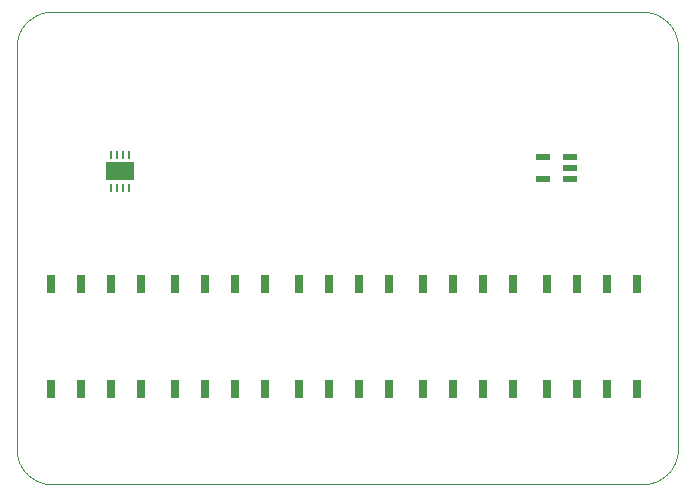
<source format=gtp>
G04 EAGLE Gerber RS-274X export*
G75*
%MOMM*%
%FSLAX35Y35*%
%LPD*%
%INsolder_paste_top*%
%IPPOS*%
%AMOC8*
5,1,8,0,0,1.08239X$1,22.5*%
G01*
%ADD10C,0.000000*%
%ADD11R,0.250000X0.700000*%
%ADD12R,2.380000X1.650000*%
%ADD13R,1.200000X0.600000*%
%ADD14R,0.650000X1.650000*%


D10*
X5600000Y3700000D02*
X5600000Y300000D01*
X5599912Y292751D01*
X5599650Y285506D01*
X5599212Y278270D01*
X5598599Y271046D01*
X5597813Y263839D01*
X5596852Y256653D01*
X5595718Y249493D01*
X5594411Y242362D01*
X5592932Y235265D01*
X5591283Y228205D01*
X5589463Y221188D01*
X5587474Y214216D01*
X5585317Y207295D01*
X5582994Y200428D01*
X5580505Y193619D01*
X5577852Y186872D01*
X5575038Y180191D01*
X5572062Y173580D01*
X5568928Y167043D01*
X5565637Y160583D01*
X5562190Y154205D01*
X5558591Y147912D01*
X5554840Y141708D01*
X5550941Y135596D01*
X5546895Y129581D01*
X5542705Y123664D01*
X5538373Y117851D01*
X5533902Y112144D01*
X5529295Y106547D01*
X5524553Y101063D01*
X5519681Y95695D01*
X5514680Y90447D01*
X5509553Y85320D01*
X5504305Y80319D01*
X5498937Y75447D01*
X5493453Y70705D01*
X5487856Y66098D01*
X5482149Y61627D01*
X5476336Y57295D01*
X5470419Y53105D01*
X5464404Y49059D01*
X5458292Y45160D01*
X5452088Y41409D01*
X5445795Y37810D01*
X5439417Y34363D01*
X5432957Y31072D01*
X5426420Y27938D01*
X5419809Y24962D01*
X5413128Y22148D01*
X5406381Y19495D01*
X5399572Y17006D01*
X5392705Y14683D01*
X5385784Y12526D01*
X5378812Y10537D01*
X5371795Y8717D01*
X5364735Y7068D01*
X5357638Y5589D01*
X5350507Y4282D01*
X5343347Y3148D01*
X5336161Y2187D01*
X5328954Y1401D01*
X5321730Y788D01*
X5314494Y350D01*
X5307249Y88D01*
X5300000Y0D01*
X300000Y0D01*
X292751Y88D01*
X285506Y350D01*
X278270Y788D01*
X271046Y1401D01*
X263839Y2187D01*
X256653Y3148D01*
X249493Y4282D01*
X242362Y5589D01*
X235265Y7068D01*
X228205Y8717D01*
X221188Y10537D01*
X214216Y12526D01*
X207295Y14683D01*
X200428Y17006D01*
X193619Y19495D01*
X186872Y22148D01*
X180191Y24962D01*
X173580Y27938D01*
X167043Y31072D01*
X160583Y34363D01*
X154205Y37810D01*
X147912Y41409D01*
X141708Y45160D01*
X135596Y49059D01*
X129581Y53105D01*
X123664Y57295D01*
X117851Y61627D01*
X112144Y66098D01*
X106547Y70705D01*
X101063Y75447D01*
X95695Y80319D01*
X90447Y85320D01*
X85320Y90447D01*
X80319Y95695D01*
X75447Y101063D01*
X70705Y106547D01*
X66098Y112144D01*
X61627Y117851D01*
X57295Y123664D01*
X53105Y129581D01*
X49059Y135596D01*
X45160Y141708D01*
X41409Y147912D01*
X37810Y154205D01*
X34363Y160583D01*
X31072Y167043D01*
X27938Y173580D01*
X24962Y180191D01*
X22148Y186872D01*
X19495Y193619D01*
X17006Y200428D01*
X14683Y207295D01*
X12526Y214216D01*
X10537Y221188D01*
X8717Y228205D01*
X7068Y235265D01*
X5589Y242362D01*
X4282Y249493D01*
X3148Y256653D01*
X2187Y263839D01*
X1401Y271046D01*
X788Y278270D01*
X350Y285506D01*
X88Y292751D01*
X0Y300000D01*
X0Y3700000D01*
X88Y3707249D01*
X350Y3714494D01*
X788Y3721730D01*
X1401Y3728954D01*
X2187Y3736161D01*
X3148Y3743347D01*
X4282Y3750507D01*
X5589Y3757638D01*
X7068Y3764735D01*
X8717Y3771795D01*
X10537Y3778812D01*
X12526Y3785784D01*
X14683Y3792705D01*
X17006Y3799572D01*
X19495Y3806381D01*
X22148Y3813128D01*
X24962Y3819809D01*
X27938Y3826420D01*
X31072Y3832957D01*
X34363Y3839417D01*
X37810Y3845795D01*
X41409Y3852088D01*
X45160Y3858292D01*
X49059Y3864404D01*
X53105Y3870419D01*
X57295Y3876336D01*
X61627Y3882149D01*
X66098Y3887856D01*
X70705Y3893453D01*
X75447Y3898937D01*
X80319Y3904305D01*
X85320Y3909553D01*
X90447Y3914680D01*
X95695Y3919681D01*
X101063Y3924553D01*
X106547Y3929295D01*
X112144Y3933902D01*
X117851Y3938373D01*
X123664Y3942705D01*
X129581Y3946895D01*
X135596Y3950941D01*
X141708Y3954840D01*
X147912Y3958591D01*
X154205Y3962190D01*
X160583Y3965637D01*
X167043Y3968928D01*
X173580Y3972062D01*
X180191Y3975038D01*
X186872Y3977852D01*
X193619Y3980505D01*
X200428Y3982994D01*
X207295Y3985317D01*
X214216Y3987474D01*
X221188Y3989463D01*
X228205Y3991283D01*
X235265Y3992932D01*
X242362Y3994411D01*
X249493Y3995718D01*
X256653Y3996852D01*
X263839Y3997813D01*
X271046Y3998599D01*
X278270Y3999212D01*
X285506Y3999650D01*
X292751Y3999912D01*
X300000Y4000000D01*
X5300000Y4000000D01*
X5307249Y3999912D01*
X5314494Y3999650D01*
X5321730Y3999212D01*
X5328954Y3998599D01*
X5336161Y3997813D01*
X5343347Y3996852D01*
X5350507Y3995718D01*
X5357638Y3994411D01*
X5364735Y3992932D01*
X5371795Y3991283D01*
X5378812Y3989463D01*
X5385784Y3987474D01*
X5392705Y3985317D01*
X5399572Y3982994D01*
X5406381Y3980505D01*
X5413128Y3977852D01*
X5419809Y3975038D01*
X5426420Y3972062D01*
X5432957Y3968928D01*
X5439417Y3965637D01*
X5445795Y3962190D01*
X5452088Y3958591D01*
X5458292Y3954840D01*
X5464404Y3950941D01*
X5470419Y3946895D01*
X5476336Y3942705D01*
X5482149Y3938373D01*
X5487856Y3933902D01*
X5493453Y3929295D01*
X5498937Y3924553D01*
X5504305Y3919681D01*
X5509553Y3914680D01*
X5514680Y3909553D01*
X5519681Y3904305D01*
X5524553Y3898937D01*
X5529295Y3893453D01*
X5533902Y3887856D01*
X5538373Y3882149D01*
X5542705Y3876336D01*
X5546895Y3870419D01*
X5550941Y3864404D01*
X5554840Y3858292D01*
X5558591Y3852088D01*
X5562190Y3845795D01*
X5565637Y3839417D01*
X5568928Y3832957D01*
X5572062Y3826420D01*
X5575038Y3819809D01*
X5577852Y3813128D01*
X5580505Y3806381D01*
X5582994Y3799572D01*
X5585317Y3792705D01*
X5587474Y3785784D01*
X5589463Y3778812D01*
X5591283Y3771795D01*
X5592932Y3764735D01*
X5594411Y3757638D01*
X5595718Y3750507D01*
X5596852Y3743347D01*
X5597813Y3736161D01*
X5598599Y3728954D01*
X5599212Y3721730D01*
X5599650Y3714494D01*
X5599912Y3707249D01*
X5600000Y3700000D01*
D11*
X950000Y2790000D03*
X900000Y2790000D03*
X850000Y2790000D03*
X800000Y2790000D03*
X800000Y2510000D03*
X850000Y2510000D03*
X900000Y2510000D03*
X950000Y2510000D03*
D12*
X875000Y2650000D03*
D13*
X4690000Y2675000D03*
X4690000Y2580000D03*
X4690000Y2770000D03*
X4460000Y2770000D03*
X4460000Y2580000D03*
D14*
X294000Y806000D03*
X548000Y806000D03*
X802000Y806000D03*
X802000Y1698000D03*
X548000Y1698000D03*
X294000Y1698000D03*
X1056000Y1698000D03*
X1056000Y806000D03*
X1344000Y806000D03*
X1598000Y806000D03*
X1852000Y806000D03*
X1852000Y1698000D03*
X1598000Y1698000D03*
X1344000Y1698000D03*
X2106000Y1698000D03*
X2106000Y806000D03*
X2394000Y806000D03*
X2648000Y806000D03*
X2902000Y806000D03*
X2902000Y1698000D03*
X2648000Y1698000D03*
X2394000Y1698000D03*
X3156000Y1698000D03*
X3156000Y806000D03*
X3444000Y806000D03*
X3698000Y806000D03*
X3952000Y806000D03*
X3952000Y1698000D03*
X3698000Y1698000D03*
X3444000Y1698000D03*
X4206000Y1698000D03*
X4206000Y806000D03*
X4494000Y806000D03*
X4748000Y806000D03*
X5002000Y806000D03*
X5002000Y1698000D03*
X4748000Y1698000D03*
X4494000Y1698000D03*
X5256000Y1698000D03*
X5256000Y806000D03*
M02*

</source>
